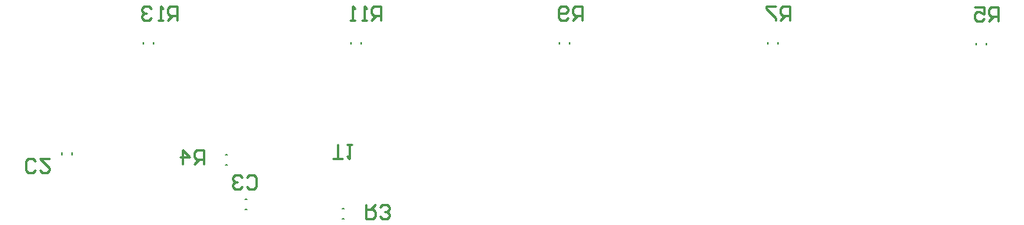
<source format=gbo>
G04*
G04 #@! TF.GenerationSoftware,Altium Limited,Altium Designer,19.1.7 (138)*
G04*
G04 Layer_Color=32896*
%FSLAX25Y25*%
%MOIN*%
G70*
G01*
G75*
%ADD13C,0.01000*%
%ADD15C,0.00787*%
D13*
X131787Y-85257D02*
Y-79259D01*
X128788D01*
X127788Y-80259D01*
Y-82258D01*
X128788Y-83258D01*
X131787D01*
X129788D02*
X127788Y-85257D01*
X122790D02*
Y-79259D01*
X125789Y-82258D01*
X121790D01*
X200787Y-102362D02*
Y-108360D01*
X203786D01*
X204786Y-107361D01*
Y-105361D01*
X203786Y-104362D01*
X200787D01*
X202787D02*
X204786Y-102362D01*
X206785Y-107361D02*
X207785Y-108360D01*
X209785D01*
X210784Y-107361D01*
Y-106361D01*
X209785Y-105361D01*
X208785D01*
X209785D01*
X210784Y-104362D01*
Y-103362D01*
X209785Y-102362D01*
X207785D01*
X206785Y-103362D01*
X187008Y-82770D02*
X191007D01*
X189007D01*
Y-76772D01*
X193006D02*
X195005D01*
X194006D01*
Y-82770D01*
X193006Y-81770D01*
X469968Y-24121D02*
Y-18123D01*
X466969D01*
X465969Y-19123D01*
Y-21122D01*
X466969Y-22122D01*
X469968D01*
X467968D02*
X465969Y-24121D01*
X459971Y-18123D02*
X463970D01*
Y-21122D01*
X461970Y-20123D01*
X460971D01*
X459971Y-21122D01*
Y-23122D01*
X460971Y-24121D01*
X462970D01*
X463970Y-23122D01*
X60101Y-87675D02*
X59101Y-88675D01*
X57102D01*
X56102Y-87675D01*
Y-83677D01*
X57102Y-82677D01*
X59101D01*
X60101Y-83677D01*
X66099Y-82677D02*
X62100D01*
X66099Y-86676D01*
Y-87675D01*
X65099Y-88675D01*
X63100D01*
X62100Y-87675D01*
X150275Y-90728D02*
X151274Y-89728D01*
X153273D01*
X154273Y-90728D01*
Y-94726D01*
X153273Y-95726D01*
X151274D01*
X150275Y-94726D01*
X148275Y-90728D02*
X147275Y-89728D01*
X145276D01*
X144276Y-90728D01*
Y-91727D01*
X145276Y-92727D01*
X146276D01*
X145276D01*
X144276Y-93727D01*
Y-94726D01*
X145276Y-95726D01*
X147275D01*
X148275Y-94726D01*
X207188Y-23857D02*
Y-17859D01*
X204189D01*
X203189Y-18859D01*
Y-20858D01*
X204189Y-21858D01*
X207188D01*
X205189D02*
X203189Y-23857D01*
X201190D02*
X199191D01*
X200190D01*
Y-17859D01*
X201190Y-18859D01*
X196192Y-23857D02*
X194192D01*
X195192D01*
Y-17859D01*
X196192Y-18859D01*
X381368Y-23826D02*
Y-17828D01*
X378369D01*
X377369Y-18828D01*
Y-20827D01*
X378369Y-21827D01*
X381368D01*
X379368D02*
X377369Y-23826D01*
X375370Y-17828D02*
X371371D01*
Y-18828D01*
X375370Y-22826D01*
Y-23826D01*
X292768Y-23868D02*
Y-17870D01*
X289769D01*
X288769Y-18869D01*
Y-20869D01*
X289769Y-21868D01*
X292768D01*
X290768D02*
X288769Y-23868D01*
X286770Y-22868D02*
X285770Y-23868D01*
X283771D01*
X282771Y-22868D01*
Y-18869D01*
X283771Y-17870D01*
X285770D01*
X286770Y-18869D01*
Y-19869D01*
X285770Y-20869D01*
X282771D01*
X120662Y-23821D02*
Y-17822D01*
X117663D01*
X116664Y-18822D01*
Y-20821D01*
X117663Y-21821D01*
X120662D01*
X118663D02*
X116664Y-23821D01*
X114664D02*
X112665D01*
X113664D01*
Y-17822D01*
X114664Y-18822D01*
X109666D02*
X108666Y-17822D01*
X106667D01*
X105667Y-18822D01*
Y-19822D01*
X106667Y-20821D01*
X107666D01*
X106667D01*
X105667Y-21821D01*
Y-22821D01*
X106667Y-23821D01*
X108666D01*
X109666Y-22821D01*
D15*
X141236Y-81123D02*
X142023D01*
X141236Y-85454D02*
X142023D01*
X190847Y-104134D02*
X191634D01*
X190847Y-108465D02*
X191634D01*
X460433Y-34154D02*
Y-33366D01*
X464764Y-34154D02*
Y-33366D01*
X71653Y-81102D02*
Y-80315D01*
X75984Y-81102D02*
Y-80315D01*
X149508Y-104528D02*
X150295D01*
X149508Y-100197D02*
X150295D01*
X194685Y-33858D02*
Y-33071D01*
X199016Y-33858D02*
Y-33071D01*
X371850Y-33858D02*
Y-33071D01*
X376181Y-33858D02*
Y-33071D01*
X283268Y-33858D02*
Y-33071D01*
X287598Y-33858D02*
Y-33071D01*
X106102Y-33858D02*
Y-33071D01*
X110433Y-33858D02*
Y-33071D01*
M02*

</source>
